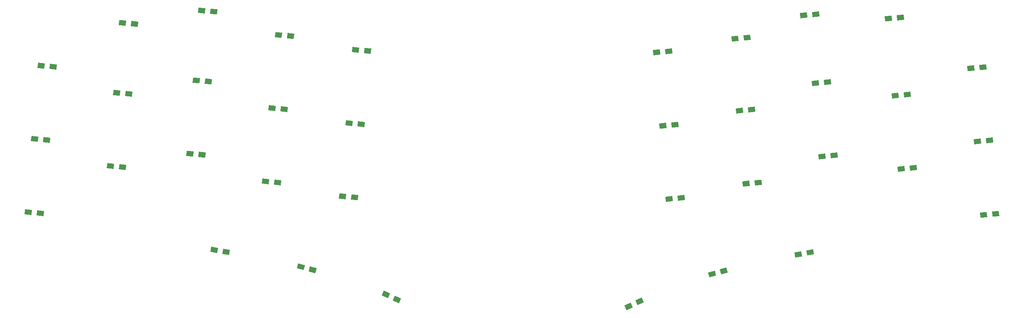
<source format=gbp>
G04 #@! TF.GenerationSoftware,KiCad,Pcbnew,(5.1.4-0)*
G04 #@! TF.CreationDate,2020-10-31T16:51:09+08:00*
G04 #@! TF.ProjectId,ahokore,61686f6b-6f72-4652-9e6b-696361645f70,rev?*
G04 #@! TF.SameCoordinates,Original*
G04 #@! TF.FileFunction,Paste,Bot*
G04 #@! TF.FilePolarity,Positive*
%FSLAX46Y46*%
G04 Gerber Fmt 4.6, Leading zero omitted, Abs format (unit mm)*
G04 Created by KiCad (PCBNEW (5.1.4-0)) date 2020-10-31 16:51:09*
%MOMM*%
%LPD*%
G04 APERTURE LIST*
%ADD10C,1.200000*%
%ADD11C,0.100000*%
G04 APERTURE END LIST*
D10*
X110115090Y40152183D03*
D11*
G36*
X109370428Y39484742D02*
G01*
X109265841Y40680175D01*
X110859752Y40819624D01*
X110964339Y39624191D01*
X109370428Y39484742D01*
X109370428Y39484742D01*
G37*
D10*
X107325744Y39908147D03*
D11*
G36*
X106581082Y39240706D02*
G01*
X106476495Y40436139D01*
X108070406Y40575588D01*
X108174993Y39380155D01*
X106581082Y39240706D01*
X106581082Y39240706D01*
G37*
D10*
X108690115Y57115404D03*
D11*
G36*
X107945453Y56447963D02*
G01*
X107840866Y57643396D01*
X109434777Y57782845D01*
X109539364Y56587412D01*
X107945453Y56447963D01*
X107945453Y56447963D01*
G37*
D10*
X105900769Y56871368D03*
D11*
G36*
X105156107Y56203927D02*
G01*
X105051520Y57399360D01*
X106645431Y57538809D01*
X106750018Y56343376D01*
X105156107Y56203927D01*
X105156107Y56203927D01*
G37*
D10*
X107180102Y74033794D03*
D11*
G36*
X106435440Y73366353D02*
G01*
X106330853Y74561786D01*
X107924764Y74701235D01*
X108029351Y73505802D01*
X106435440Y73366353D01*
X106435440Y73366353D01*
G37*
D10*
X104390756Y73789758D03*
D11*
G36*
X103646094Y73122317D02*
G01*
X103541507Y74317750D01*
X105135418Y74457199D01*
X105240005Y73261766D01*
X103646094Y73122317D01*
X103646094Y73122317D01*
G37*
D10*
X67300640Y31239263D03*
D11*
G36*
X66616983Y30509460D02*
G01*
X66408605Y31691229D01*
X67984297Y31969066D01*
X68192675Y30787297D01*
X66616983Y30509460D01*
X66616983Y30509460D01*
G37*
D10*
X64543178Y30753049D03*
D11*
G36*
X63859521Y30023246D02*
G01*
X63651143Y31205015D01*
X65226835Y31482852D01*
X65435213Y30301083D01*
X63859521Y30023246D01*
X63859521Y30023246D01*
G37*
D10*
X47339521Y26947968D03*
D11*
G36*
X46722072Y26161357D02*
G01*
X46411489Y27320468D01*
X47956970Y27734579D01*
X48267553Y26575468D01*
X46722072Y26161357D01*
X46722072Y26161357D01*
G37*
D10*
X44634929Y26223274D03*
D11*
G36*
X44017480Y25436663D02*
G01*
X43706897Y26595774D01*
X45252378Y27009885D01*
X45562961Y25850774D01*
X44017480Y25436663D01*
X44017480Y25436663D01*
G37*
D10*
X27870929Y19936777D03*
D11*
G36*
X27399454Y19054898D02*
G01*
X26892312Y20142467D01*
X28342404Y20818656D01*
X28849546Y19731087D01*
X27399454Y19054898D01*
X27399454Y19054898D01*
G37*
D10*
X25333267Y18753445D03*
D11*
G36*
X24861792Y17871566D02*
G01*
X24354650Y18959135D01*
X25804742Y19635324D01*
X26311884Y18547755D01*
X24861792Y17871566D01*
X24861792Y17871566D01*
G37*
D10*
X-28128102Y20381077D03*
D11*
G36*
X-29106719Y20175387D02*
G01*
X-28599577Y21262956D01*
X-27149485Y20586767D01*
X-27656627Y19499198D01*
X-29106719Y20175387D01*
X-29106719Y20175387D01*
G37*
D10*
X-30665764Y21564409D03*
D11*
G36*
X-31644381Y21358719D02*
G01*
X-31137239Y22446288D01*
X-29687147Y21770099D01*
X-30194289Y20682530D01*
X-31644381Y21358719D01*
X-31644381Y21358719D01*
G37*
D10*
X-47621433Y27195742D03*
D11*
G36*
X-48549465Y26823242D02*
G01*
X-48238882Y27982353D01*
X-46693401Y27568242D01*
X-47003984Y26409131D01*
X-48549465Y26823242D01*
X-48549465Y26823242D01*
G37*
D10*
X-50326025Y27920436D03*
D11*
G36*
X-51254057Y27547936D02*
G01*
X-50943474Y28707047D01*
X-49397993Y28292936D01*
X-49708576Y27133825D01*
X-51254057Y27547936D01*
X-51254057Y27547936D01*
G37*
D10*
X-67578702Y31334137D03*
D11*
G36*
X-68470737Y30882171D02*
G01*
X-68262359Y32063940D01*
X-66686667Y31786103D01*
X-66895045Y30604334D01*
X-68470737Y30882171D01*
X-68470737Y30882171D01*
G37*
D10*
X-70336164Y31820351D03*
D11*
G36*
X-71228199Y31368385D02*
G01*
X-71019821Y32550154D01*
X-69444129Y32272317D01*
X-69652507Y31090548D01*
X-71228199Y31368385D01*
X-71228199Y31368385D01*
G37*
D10*
X91114603Y50792795D03*
D11*
G36*
X90369941Y50125354D02*
G01*
X90265354Y51320787D01*
X91859265Y51460236D01*
X91963852Y50264803D01*
X90369941Y50125354D01*
X90369941Y50125354D01*
G37*
D10*
X88325257Y50548759D03*
D11*
G36*
X87580595Y49881318D02*
G01*
X87476008Y51076751D01*
X89069919Y51216200D01*
X89174506Y50020767D01*
X87580595Y49881318D01*
X87580595Y49881318D01*
G37*
D10*
X72828930Y53655276D03*
D11*
G36*
X72084268Y52987835D02*
G01*
X71979681Y54183268D01*
X73573592Y54322717D01*
X73678179Y53127284D01*
X72084268Y52987835D01*
X72084268Y52987835D01*
G37*
D10*
X70039584Y53411240D03*
D11*
G36*
X69294922Y52743799D02*
G01*
X69190335Y53939232D01*
X70784246Y54078681D01*
X70888833Y52883248D01*
X69294922Y52743799D01*
X69294922Y52743799D01*
G37*
D10*
X55298275Y47358812D03*
D11*
G36*
X54553613Y46691371D02*
G01*
X54449026Y47886804D01*
X56042937Y48026253D01*
X56147524Y46830820D01*
X54553613Y46691371D01*
X54553613Y46691371D01*
G37*
D10*
X52508929Y47114776D03*
D11*
G36*
X51764267Y46447335D02*
G01*
X51659680Y47642768D01*
X53253591Y47782217D01*
X53358178Y46586784D01*
X51764267Y46447335D01*
X51764267Y46447335D01*
G37*
D10*
X37520603Y43830200D03*
D11*
G36*
X36775941Y43162759D02*
G01*
X36671354Y44358192D01*
X38265265Y44497641D01*
X38369852Y43302208D01*
X36775941Y43162759D01*
X36775941Y43162759D01*
G37*
D10*
X34731257Y43586164D03*
D11*
G36*
X33986595Y42918723D02*
G01*
X33882008Y44114156D01*
X35475919Y44253605D01*
X35580506Y43058172D01*
X33986595Y42918723D01*
X33986595Y42918723D01*
G37*
D10*
X-37905932Y43959743D03*
D11*
G36*
X-38755181Y43431751D02*
G01*
X-38650594Y44627184D01*
X-37056683Y44487735D01*
X-37161270Y43292302D01*
X-38755181Y43431751D01*
X-38755181Y43431751D01*
G37*
D10*
X-40695278Y44203779D03*
D11*
G36*
X-41544527Y43675787D02*
G01*
X-41439940Y44871220D01*
X-39846029Y44731771D01*
X-39950616Y43536338D01*
X-41544527Y43675787D01*
X-41544527Y43675787D01*
G37*
D10*
X-55688260Y47393724D03*
D11*
G36*
X-56537509Y46865732D02*
G01*
X-56432922Y48061165D01*
X-54839011Y47921716D01*
X-54943598Y46726283D01*
X-56537509Y46865732D01*
X-56537509Y46865732D01*
G37*
D10*
X-58477606Y47637760D03*
D11*
G36*
X-59326855Y47109768D02*
G01*
X-59222268Y48305201D01*
X-57628357Y48165752D01*
X-57732944Y46970319D01*
X-59326855Y47109768D01*
X-59326855Y47109768D01*
G37*
D10*
X-73148432Y53802243D03*
D11*
G36*
X-73997681Y53274251D02*
G01*
X-73893094Y54469684D01*
X-72299183Y54330235D01*
X-72403770Y53134802D01*
X-73997681Y53274251D01*
X-73997681Y53274251D01*
G37*
D10*
X-75937778Y54046279D03*
D11*
G36*
X-76787027Y53518287D02*
G01*
X-76682440Y54713720D01*
X-75088529Y54574271D01*
X-75193116Y53378838D01*
X-76787027Y53518287D01*
X-76787027Y53518287D01*
G37*
D10*
X-91502259Y50949725D03*
D11*
G36*
X-92351508Y50421733D02*
G01*
X-92246921Y51617166D01*
X-90653010Y51477717D01*
X-90757597Y50282284D01*
X-92351508Y50421733D01*
X-92351508Y50421733D01*
G37*
D10*
X-94291605Y51193761D03*
D11*
G36*
X-95140854Y50665769D02*
G01*
X-95036267Y51861202D01*
X-93442356Y51721753D01*
X-93546943Y50526320D01*
X-95140854Y50665769D01*
X-95140854Y50665769D01*
G37*
D10*
X-110488759Y40281725D03*
D11*
G36*
X-111338008Y39753733D02*
G01*
X-111233421Y40949166D01*
X-109639510Y40809717D01*
X-109744097Y39614284D01*
X-111338008Y39753733D01*
X-111338008Y39753733D01*
G37*
D10*
X-113278105Y40525761D03*
D11*
G36*
X-114127354Y39997769D02*
G01*
X-114022767Y41193202D01*
X-112428856Y41053753D01*
X-112533443Y39858320D01*
X-114127354Y39997769D01*
X-114127354Y39997769D01*
G37*
D10*
X89703616Y67719905D03*
D11*
G36*
X88958954Y67052464D02*
G01*
X88854367Y68247897D01*
X90448278Y68387346D01*
X90552865Y67191913D01*
X88958954Y67052464D01*
X88958954Y67052464D01*
G37*
D10*
X86914270Y67475869D03*
D11*
G36*
X86169608Y66808428D02*
G01*
X86065021Y68003861D01*
X87658932Y68143310D01*
X87763519Y66947877D01*
X86169608Y66808428D01*
X86169608Y66808428D01*
G37*
D10*
X71302603Y70604794D03*
D11*
G36*
X70557941Y69937353D02*
G01*
X70453354Y71132786D01*
X72047265Y71272235D01*
X72151852Y70076802D01*
X70557941Y69937353D01*
X70557941Y69937353D01*
G37*
D10*
X68513257Y70360758D03*
D11*
G36*
X67768595Y69693317D02*
G01*
X67664008Y70888750D01*
X69257919Y71028199D01*
X69362506Y69832766D01*
X67768595Y69693317D01*
X67768595Y69693317D01*
G37*
D10*
X53762616Y64227405D03*
D11*
G36*
X53017954Y63559964D02*
G01*
X52913367Y64755397D01*
X54507278Y64894846D01*
X54611865Y63699413D01*
X53017954Y63559964D01*
X53017954Y63559964D01*
G37*
D10*
X50973270Y63983369D03*
D11*
G36*
X50228608Y63315928D02*
G01*
X50124021Y64511361D01*
X51717932Y64650810D01*
X51822519Y63455377D01*
X50228608Y63315928D01*
X50228608Y63315928D01*
G37*
D10*
X36046116Y60734905D03*
D11*
G36*
X35301454Y60067464D02*
G01*
X35196867Y61262897D01*
X36790778Y61402346D01*
X36895365Y60206913D01*
X35301454Y60067464D01*
X35301454Y60067464D01*
G37*
D10*
X33256770Y60490869D03*
D11*
G36*
X32512108Y59823428D02*
G01*
X32407521Y61018861D01*
X34001432Y61158310D01*
X34106019Y59962877D01*
X32512108Y59823428D01*
X32512108Y59823428D01*
G37*
D10*
X-36386587Y60860707D03*
D11*
G36*
X-37235836Y60332715D02*
G01*
X-37131249Y61528148D01*
X-35537338Y61388699D01*
X-35641925Y60193266D01*
X-37235836Y60332715D01*
X-37235836Y60332715D01*
G37*
D10*
X-39175933Y61104743D03*
D11*
G36*
X-40025182Y60576751D02*
G01*
X-39920595Y61772184D01*
X-38326684Y61632735D01*
X-38431271Y60437302D01*
X-40025182Y60576751D01*
X-40025182Y60576751D01*
G37*
D10*
X-54213773Y64320836D03*
D11*
G36*
X-55063022Y63792844D02*
G01*
X-54958435Y64988277D01*
X-53364524Y64848828D01*
X-53469111Y63653395D01*
X-55063022Y63792844D01*
X-55063022Y63792844D01*
G37*
D10*
X-57003119Y64564872D03*
D11*
G36*
X-57852368Y64036880D02*
G01*
X-57747781Y65232313D01*
X-56153870Y65092864D01*
X-56258457Y63897431D01*
X-57852368Y64036880D01*
X-57852368Y64036880D01*
G37*
D10*
X-71678601Y70739319D03*
D11*
G36*
X-72527850Y70211327D02*
G01*
X-72423263Y71406760D01*
X-70829352Y71267311D01*
X-70933939Y70071878D01*
X-72527850Y70211327D01*
X-72527850Y70211327D01*
G37*
D10*
X-74467947Y70983355D03*
D11*
G36*
X-75317196Y70455363D02*
G01*
X-75212609Y71650796D01*
X-73618698Y71511347D01*
X-73723285Y70315914D01*
X-75317196Y70455363D01*
X-75317196Y70455363D01*
G37*
D10*
X-90055746Y67868115D03*
D11*
G36*
X-90904995Y67340123D02*
G01*
X-90800408Y68535556D01*
X-89206497Y68396107D01*
X-89311084Y67200674D01*
X-90904995Y67340123D01*
X-90904995Y67340123D01*
G37*
D10*
X-92845092Y68112151D03*
D11*
G36*
X-93694341Y67584159D02*
G01*
X-93589754Y68779592D01*
X-91995843Y68640143D01*
X-92100430Y67444710D01*
X-93694341Y67584159D01*
X-93694341Y67584159D01*
G37*
D10*
X-109016601Y57213818D03*
D11*
G36*
X-109865850Y56685826D02*
G01*
X-109761263Y57881259D01*
X-108167352Y57741810D01*
X-108271939Y56546377D01*
X-109865850Y56685826D01*
X-109865850Y56685826D01*
G37*
D10*
X-111805947Y57457854D03*
D11*
G36*
X-112655196Y56929862D02*
G01*
X-112550609Y58125295D01*
X-110956698Y57985846D01*
X-111061285Y56790413D01*
X-112655196Y56929862D01*
X-112655196Y56929862D01*
G37*
D10*
X88130103Y85521794D03*
D11*
G36*
X87385441Y84854353D02*
G01*
X87280854Y86049786D01*
X88874765Y86189235D01*
X88979352Y84993802D01*
X87385441Y84854353D01*
X87385441Y84854353D01*
G37*
D10*
X85340757Y85277758D03*
D11*
G36*
X84596095Y84610317D02*
G01*
X84491508Y85805750D01*
X86085419Y85945199D01*
X86190006Y84749766D01*
X84596095Y84610317D01*
X84596095Y84610317D01*
G37*
D10*
X68589775Y86274311D03*
D11*
G36*
X67845113Y85606870D02*
G01*
X67740526Y86802303D01*
X69334437Y86941752D01*
X69439024Y85746319D01*
X67845113Y85606870D01*
X67845113Y85606870D01*
G37*
D10*
X65800429Y86030275D03*
D11*
G36*
X65055767Y85362834D02*
G01*
X64951180Y86558267D01*
X66545091Y86697716D01*
X66649678Y85502283D01*
X65055767Y85362834D01*
X65055767Y85362834D01*
G37*
D10*
X52704322Y80875123D03*
D11*
G36*
X51959660Y80207682D02*
G01*
X51855073Y81403115D01*
X53448984Y81542564D01*
X53553571Y80347131D01*
X51959660Y80207682D01*
X51959660Y80207682D01*
G37*
D10*
X49914976Y80631087D03*
D11*
G36*
X49170314Y79963646D02*
G01*
X49065727Y81159079D01*
X50659638Y81298528D01*
X50764225Y80103095D01*
X49170314Y79963646D01*
X49170314Y79963646D01*
G37*
D10*
X34601930Y77721776D03*
D11*
G36*
X33857268Y77054335D02*
G01*
X33752681Y78249768D01*
X35346592Y78389217D01*
X35451179Y77193784D01*
X33857268Y77054335D01*
X33857268Y77054335D01*
G37*
D10*
X31812584Y77477740D03*
D11*
G36*
X31067922Y76810299D02*
G01*
X30963335Y78005732D01*
X32557246Y78145181D01*
X32661833Y76949748D01*
X31067922Y76810299D01*
X31067922Y76810299D01*
G37*
D10*
X-34926087Y77815207D03*
D11*
G36*
X-35775336Y77287215D02*
G01*
X-35670749Y78482648D01*
X-34076838Y78343199D01*
X-34181425Y77147766D01*
X-35775336Y77287215D01*
X-35775336Y77287215D01*
G37*
D10*
X-37715433Y78059243D03*
D11*
G36*
X-38564682Y77531251D02*
G01*
X-38460095Y78726684D01*
X-36866184Y78587235D01*
X-36970771Y77391802D01*
X-38564682Y77531251D01*
X-38564682Y77531251D01*
G37*
D10*
X-52701433Y81234243D03*
D11*
G36*
X-53550682Y80706251D02*
G01*
X-53446095Y81901684D01*
X-51852184Y81762235D01*
X-51956771Y80566802D01*
X-53550682Y80706251D01*
X-53550682Y80706251D01*
G37*
D10*
X-55490779Y81478279D03*
D11*
G36*
X-56340028Y80950287D02*
G01*
X-56235441Y82145720D01*
X-54641530Y82006271D01*
X-54746117Y80810838D01*
X-56340028Y80950287D01*
X-56340028Y80950287D01*
G37*
D10*
X-70434101Y86887318D03*
D11*
G36*
X-71283350Y86359326D02*
G01*
X-71178763Y87554759D01*
X-69584852Y87415310D01*
X-69689439Y86219877D01*
X-71283350Y86359326D01*
X-71283350Y86359326D01*
G37*
D10*
X-73223447Y87131354D03*
D11*
G36*
X-74072696Y86603362D02*
G01*
X-73968109Y87798795D01*
X-72374198Y87659346D01*
X-72478785Y86463913D01*
X-74072696Y86603362D01*
X-74072696Y86603362D01*
G37*
D10*
X-88722101Y84029818D03*
D11*
G36*
X-89571350Y83501826D02*
G01*
X-89466763Y84697259D01*
X-87872852Y84557810D01*
X-87977439Y83362377D01*
X-89571350Y83501826D01*
X-89571350Y83501826D01*
G37*
D10*
X-91511447Y84273854D03*
D11*
G36*
X-92360696Y83745862D02*
G01*
X-92256109Y84941295D01*
X-90662198Y84801846D01*
X-90766785Y83606413D01*
X-92360696Y83745862D01*
X-92360696Y83745862D01*
G37*
D10*
X-107506586Y74132207D03*
D11*
G36*
X-108355835Y73604215D02*
G01*
X-108251248Y74799648D01*
X-106657337Y74660199D01*
X-106761924Y73464766D01*
X-108355835Y73604215D01*
X-108355835Y73604215D01*
G37*
D10*
X-110295932Y74376243D03*
D11*
G36*
X-111145181Y73848251D02*
G01*
X-111040594Y75043684D01*
X-109446683Y74904235D01*
X-109551270Y73708802D01*
X-111145181Y73848251D01*
X-111145181Y73848251D01*
G37*
M02*

</source>
